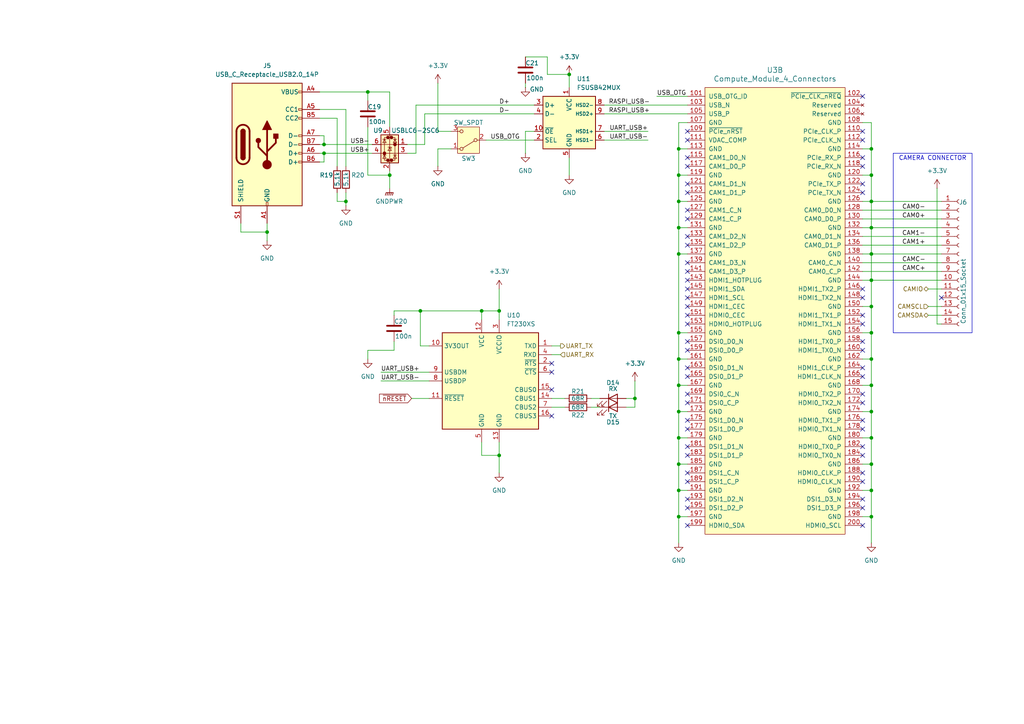
<source format=kicad_sch>
(kicad_sch (version 20231120) (generator "eeschema") (generator_version "8.0")
  (paper "A4")
  (lib_symbols
    (symbol "CM4:Compute_Module_4_Connectors" (pin_names (offset 1.016))
      (property "Reference" "U" (at 5.08 6.35 0))
      (property "Value" "Compute_Module_4_Connectors" (at 5.08 3.81 0))
      (symbol "Compute_Module_4_Connectors_1_1"
        (pin power_in line (at 0 0 0) (length 5.08) (name "GND") (number "1"))
        (pin passive line (at 60.96 -10.16 180) (length 5.08) (name "Ethernet_Pair0_N") (number "10"))
        (pin output line (at 60.96 -124.46 180) (length 5.08) (name "~{nEXTRST}") (number "100"))
        (pin passive line (at 0 -12.7 0) (length 5.08) (name "Ethernet_Pair2_P") (number "11"))
        (pin passive line (at 60.96 -12.7 180) (length 5.08) (name "Ethernet_Pair0_P") (number "12"))
        (pin power_in line (at 0 -15.24 0) (length 5.08) (name "GND") (number "13"))
        (pin power_in line (at 60.96 -15.24 180) (length 5.08) (name "GND") (number "14"))
        (pin output line (at 0 -17.78 0) (length 5.08) (name "~{Ethernet_nLED3}") (number "15"))
        (pin input line (at 60.96 -17.78 180) (length 5.08) (name "Ethernet_SYNC_IN") (number "16"))
        (pin output line (at 0 -20.32 0) (length 5.08) (name "~{Ethernet_nLED2}") (number "17"))
        (pin input line (at 60.96 -20.32 180) (length 5.08) (name "Ethernet_SYNC_OUT") (number "18"))
        (pin output line (at 0 -22.86 0) (length 5.08) (name "~{Ethernet_nLED1}") (number "19"))
        (pin power_in line (at 60.96 0 180) (length 5.08) (name "GND") (number "2"))
        (pin passive line (at 60.96 -22.86 180) (length 5.08) (name "EEPROM_nWP") (number "20"))
        (pin open_collector line (at 0 -25.4 0) (length 5.08) (name "~{Pi_nLED_Activity}") (number "21"))
        (pin power_in line (at 60.96 -25.4 180) (length 5.08) (name "GND") (number "22"))
        (pin power_in line (at 0 -27.94 0) (length 5.08) (name "GND") (number "23"))
        (pin passive line (at 60.96 -27.94 180) (length 5.08) (name "GPIO26") (number "24"))
        (pin passive line (at 0 -30.48 0) (length 5.08) (name "GPIO21") (number "25"))
        (pin passive line (at 60.96 -30.48 180) (length 5.08) (name "GPIO19") (number "26"))
        (pin passive line (at 0 -33.02 0) (length 5.08) (name "GPIO20") (number "27"))
        (pin passive line (at 60.96 -33.02 180) (length 5.08) (name "GPIO13") (number "28"))
        (pin passive line (at 0 -35.56 0) (length 5.08) (name "GPIO16") (number "29"))
        (pin passive line (at 0 -2.54 0) (length 5.08) (name "Ethernet_Pair3_P") (number "3"))
        (pin passive line (at 60.96 -35.56 180) (length 5.08) (name "GPIO6") (number "30"))
        (pin passive line (at 0 -38.1 0) (length 5.08) (name "GPIO12") (number "31"))
        (pin power_in line (at 60.96 -38.1 180) (length 5.08) (name "GND") (number "32"))
        (pin power_in line (at 0 -40.64 0) (length 5.08) (name "GND") (number "33"))
        (pin passive line (at 60.96 -40.64 180) (length 5.08) (name "GPIO5") (number "34"))
        (pin passive line (at 0 -43.18 0) (length 5.08) (name "ID_SC") (number "35"))
        (pin passive line (at 60.96 -43.18 180) (length 5.08) (name "ID_SD") (number "36"))
        (pin passive line (at 0 -45.72 0) (length 5.08) (name "GPIO7") (number "37"))
        (pin passive line (at 60.96 -45.72 180) (length 5.08) (name "GPIO11") (number "38"))
        (pin passive line (at 0 -48.26 0) (length 5.08) (name "GPIO8") (number "39"))
        (pin passive line (at 60.96 -2.54 180) (length 5.08) (name "Ethernet_Pair1_P") (number "4"))
        (pin passive line (at 60.96 -48.26 180) (length 5.08) (name "GPIO9") (number "40"))
        (pin passive line (at 0 -50.8 0) (length 5.08) (name "GPIO25") (number "41"))
        (pin power_in line (at 60.96 -50.8 180) (length 5.08) (name "GND") (number "42"))
        (pin power_in line (at 0 -53.34 0) (length 5.08) (name "GND") (number "43"))
        (pin passive line (at 60.96 -53.34 180) (length 5.08) (name "GPIO10") (number "44"))
        (pin passive line (at 0 -55.88 0) (length 5.08) (name "GPIO24") (number "45"))
        (pin passive line (at 60.96 -55.88 180) (length 5.08) (name "GPIO22") (number "46"))
        (pin passive line (at 0 -58.42 0) (length 5.08) (name "GPIO23") (number "47"))
        (pin passive line (at 60.96 -58.42 180) (length 5.08) (name "GPIO27") (number "48"))
        (pin passive line (at 0 -60.96 0) (length 5.08) (name "GPIO18") (number "49"))
        (pin passive line (at 0 -5.08 0) (length 5.08) (name "Ethernet_Pair3_N") (number "5"))
        (pin passive line (at 60.96 -60.96 180) (length 5.08) (name "GPIO17") (number "50"))
        (pin passive line (at 0 -63.5 0) (length 5.08) (name "GPIO15") (number "51"))
        (pin power_in line (at 60.96 -63.5 180) (length 5.08) (name "GND") (number "52"))
        (pin power_in line (at 0 -66.04 0) (length 5.08) (name "GND") (number "53"))
        (pin passive line (at 60.96 -66.04 180) (length 5.08) (name "GPIO4") (number "54"))
        (pin passive line (at 0 -68.58 0) (length 5.08) (name "GPIO14") (number "55"))
        (pin passive line (at 60.96 -68.58 180) (length 5.08) (name "GPIO3") (number "56"))
        (pin passive line (at 0 -71.12 0) (length 5.08) (name "SD_CLK") (number "57"))
        (pin passive line (at 60.96 -71.12 180) (length 5.08) (name "GPIO2") (number "58"))
        (pin power_in line (at 0 -73.66 0) (length 5.08) (name "GND") (number "59"))
        (pin passive line (at 60.96 -5.08 180) (length 5.08) (name "Ethernet_Pair1_N") (number "6"))
        (pin power_in line (at 60.96 -73.66 180) (length 5.08) (name "GND") (number "60"))
        (pin passive line (at 0 -76.2 0) (length 5.08) (name "SD_DAT3") (number "61"))
        (pin passive line (at 60.96 -76.2 180) (length 5.08) (name "SD_CMD") (number "62"))
        (pin passive line (at 0 -78.74 0) (length 5.08) (name "SD_DAT0") (number "63"))
        (pin passive line (at 60.96 -78.74 180) (length 5.08) (name "SD_DAT5") (number "64"))
        (pin power_in line (at 0 -81.28 0) (length 5.08) (name "GND") (number "65"))
        (pin power_in line (at 60.96 -81.28 180) (length 5.08) (name "GND") (number "66"))
        (pin passive line (at 0 -83.82 0) (length 5.08) (name "SD_DAT1") (number "67"))
        (pin passive line (at 60.96 -83.82 180) (length 5.08) (name "SD_DAT4") (number "68"))
        (pin passive line (at 0 -86.36 0) (length 5.08) (name "SD_DAT2") (number "69"))
        (pin power_in line (at 0 -7.62 0) (length 5.08) (name "GND") (number "7"))
        (pin passive line (at 60.96 -86.36 180) (length 5.08) (name "SD_DAT7") (number "70"))
        (pin power_in line (at 0 -88.9 0) (length 5.08) (name "GND") (number "71"))
        (pin passive line (at 60.96 -88.9 180) (length 5.08) (name "SD_DAT6") (number "72"))
        (pin input line (at 0 -91.44 0) (length 5.08) (name "SD_VDD_Override") (number "73"))
        (pin power_in line (at 60.96 -91.44 180) (length 5.08) (name "GND") (number "74"))
        (pin output line (at 0 -93.98 0) (length 5.08) (name "SD_PWR_ON") (number "75"))
        (pin no_connect line (at 60.96 -93.98 180) (length 5.08) (name "Reserved") (number "76"))
        (pin power_in line (at 0 -96.52 0) (length 5.08) (name "+5V") (number "77"))
        (pin power_in line (at 60.96 -96.52 180) (length 5.08) (name "GPIO_VREF") (number "78"))
        (pin power_in line (at 0 -99.06 0) (length 5.08) (name "+5V") (number "79"))
        (pin power_in line (at 60.96 -7.62 180) (length 5.08) (name "GND") (number "8"))
        (pin bidirectional line (at 60.96 -99.06 180) (length 5.08) (name "I2C_SCL0") (number "80"))
        (pin power_in line (at 0 -101.6 0) (length 5.08) (name "+5V") (number "81"))
        (pin bidirectional line (at 60.96 -101.6 180) (length 5.08) (name "I2C_SDA0") (number "82"))
        (pin power_in line (at 0 -104.14 0) (length 5.08) (name "+5V") (number "83"))
        (pin power_out line (at 60.96 -104.14 180) (length 5.08) (name "CM4_3.3V_Out") (number "84"))
        (pin power_in line (at 0 -106.68 0) (length 5.08) (name "+5V") (number "85"))
        (pin power_out line (at 60.96 -106.68 180) (length 5.08) (name "CM4_3.3V_Out") (number "86"))
        (pin power_in line (at 0 -109.22 0) (length 5.08) (name "+5V") (number "87"))
        (pin power_out line (at 60.96 -109.22 180) (length 5.08) (name "CM4_1.8V_Out") (number "88"))
        (pin input line (at 0 -111.76 0) (length 5.08) (name "~{WL_nDisable}") (number "89"))
        (pin passive line (at 0 -10.16 0) (length 5.08) (name "Ethernet_Pair2_N") (number "9"))
        (pin power_out line (at 60.96 -111.76 180) (length 5.08) (name "CM4_1.8V_Out") (number "90"))
        (pin input line (at 0 -114.3 0) (length 5.08) (name "~{BT_nDisable}") (number "91"))
        (pin passive line (at 60.96 -114.3 180) (length 5.08) (name "RUN_PG") (number "92"))
        (pin input line (at 0 -116.84 0) (length 5.08) (name "~{nRPIBOOT}") (number "93"))
        (pin passive line (at 60.96 -116.84 180) (length 5.08) (name "AnalogIP1") (number "94"))
        (pin output line (at 0 -119.38 0) (length 5.08) (name "~{PI_LED_nPWR}") (number "95"))
        (pin passive line (at 60.96 -119.38 180) (length 5.08) (name "AnalogIP0") (number "96"))
        (pin passive line (at 0 -121.92 0) (length 5.08) (name "Camera_GPIO") (number "97"))
        (pin power_in line (at 60.96 -121.92 180) (length 5.08) (name "GND") (number "98"))
        (pin input line (at 0 -124.46 0) (length 5.08) (name "GLOBAL_EN") (number "99"))
      )
      (symbol "Compute_Module_4_Connectors_2_1"
        (pin input line (at 0 0 0) (length 5.08) (name "USB_OTG_ID") (number "101"))
        (pin input line (at 50.8 0 180) (length 5.08) (name "~{PCIe_CLK_nREQ}") (number "102"))
        (pin passive line (at 0 -2.54 0) (length 5.08) (name "USB_N") (number "103"))
        (pin no_connect line (at 50.8 -2.54 180) (length 5.08) (name "Reserved") (number "104"))
        (pin passive line (at 0 -5.08 0) (length 5.08) (name "USB_P") (number "105"))
        (pin no_connect line (at 50.8 -5.08 180) (length 5.08) (name "Reserved") (number "106"))
        (pin power_in line (at 0 -7.62 0) (length 5.08) (name "GND") (number "107"))
        (pin power_in line (at 50.8 -7.62 180) (length 5.08) (name "GND") (number "108"))
        (pin output line (at 0 -10.16 0) (length 5.08) (name "~{PCIe_nRST}") (number "109"))
        (pin output line (at 50.8 -10.16 180) (length 5.08) (name "PCIe_CLK_P") (number "110"))
        (pin output line (at 0 -12.7 0) (length 5.08) (name "VDAC_COMP") (number "111"))
        (pin output line (at 50.8 -12.7 180) (length 5.08) (name "PCIe_CLK_N") (number "112"))
        (pin power_in line (at 0 -15.24 0) (length 5.08) (name "GND") (number "113"))
        (pin power_in line (at 50.8 -15.24 180) (length 5.08) (name "GND") (number "114"))
        (pin input line (at 0 -17.78 0) (length 5.08) (name "CAM1_D0_N") (number "115"))
        (pin input line (at 50.8 -17.78 180) (length 5.08) (name "PCIe_RX_P") (number "116"))
        (pin input line (at 0 -20.32 0) (length 5.08) (name "CAM1_D0_P") (number "117"))
        (pin input line (at 50.8 -20.32 180) (length 5.08) (name "PCIe_RX_N") (number "118"))
        (pin power_in line (at 0 -22.86 0) (length 5.08) (name "GND") (number "119"))
        (pin power_in line (at 50.8 -22.86 180) (length 5.08) (name "GND") (number "120"))
        (pin input line (at 0 -25.4 0) (length 5.08) (name "CAM1_D1_N") (number "121"))
        (pin output line (at 50.8 -25.4 180) (length 5.08) (name "PCIe_TX_P") (number "122"))
        (pin input line (at 0 -27.94 0) (length 5.08) (name "CAM1_D1_P") (number "123"))
        (pin output line (at 50.8 -27.94 180) (length 5.08) (name "PCIe_TX_N") (number "124"))
        (pin power_in line (at 0 -30.48 0) (length 5.08) (name "GND") (number "125"))
        (pin power_in line (at 50.8 -30.48 180) (length 5.08) (name "GND") (number "126"))
        (pin input line (at 0 -33.02 0) (length 5.08) (name "CAM1_C_N") (number "127"))
        (pin input line (at 50.8 -33.02 180) (length 5.08) (name "CAM0_D0_N") (number "128"))
        (pin input line (at 0 -35.56 0) (length 5.08) (name "CAM1_C_P") (number "129"))
        (pin input line (at 50.8 -35.56 180) (length 5.08) (name "CAM0_D0_P") (number "130"))
        (pin power_in line (at 0 -38.1 0) (length 5.08) (name "GND") (number "131"))
        (pin power_in line (at 50.8 -38.1 180) (length 5.08) (name "GND") (number "132"))
        (pin input line (at 0 -40.64 0) (length 5.08) (name "CAM1_D2_N") (number "133"))
        (pin input line (at 50.8 -40.64 180) (length 5.08) (name "CAM0_D1_N") (number "134"))
        (pin input line (at 0 -43.18 0) (length 5.08) (name "CAM1_D2_P") (number "135"))
        (pin input line (at 50.8 -43.18 180) (length 5.08) (name "CAM0_D1_P") (number "136"))
        (pin power_in line (at 0 -45.72 0) (length 5.08) (name "GND") (number "137"))
        (pin power_in line (at 50.8 -45.72 180) (length 5.08) (name "GND") (number "138"))
        (pin input line (at 0 -48.26 0) (length 5.08) (name "CAM1_D3_N") (number "139"))
        (pin input line (at 50.8 -48.26 180) (length 5.08) (name "CAM0_C_N") (number "140"))
        (pin input line (at 0 -50.8 0) (length 5.08) (name "CAM1_D3_P") (number "141"))
        (pin input line (at 50.8 -50.8 180) (length 5.08) (name "CAM0_C_P") (number "142"))
        (pin input line (at 0 -53.34 0) (length 5.08) (name "HDMI1_HOTPLUG") (number "143"))
        (pin power_in line (at 50.8 -53.34 180) (length 5.08) (name "GND") (number "144"))
        (pin bidirectional line (at 0 -55.88 0) (length 5.08) (name "HDMI1_SDA") (number "145"))
        (pin output line (at 50.8 -55.88 180) (length 5.08) (name "HDMI1_TX2_P") (number "146"))
        (pin open_collector line (at 0 -58.42 0) (length 5.08) (name "HDMI1_SCL") (number "147"))
        (pin output line (at 50.8 -58.42 180) (length 5.08) (name "HDMI1_TX2_N") (number "148"))
        (pin open_collector line (at 0 -60.96 0) (length 5.08) (name "HDMI1_CEC") (number "149"))
        (pin power_in line (at 50.8 -60.96 180) (length 5.08) (name "GND") (number "150"))
        (pin open_collector line (at 0 -63.5 0) (length 5.08) (name "HDMI0_CEC") (number "151"))
        (pin output line (at 50.8 -63.5 180) (length 5.08) (name "HDMI1_TX1_P") (number "152"))
        (pin input line (at 0 -66.04 0) (length 5.08) (name "HDMI0_HOTPLUG") (number "153"))
        (pin output line (at 50.8 -66.04 180) (length 5.08) (name "HDMI1_TX1_N") (number "154"))
        (pin power_in line (at 0 -68.58 0) (length 5.08) (name "GND") (number "155"))
        (pin power_in line (at 50.8 -68.58 180) (length 5.08) (name "GND") (number "156"))
        (pin output line (at 0 -71.12 0) (length 5.08) (name "DSI0_D0_N") (number "157"))
        (pin output line (at 50.8 -71.12 180) (length 5.08) (name "HDMI1_TX0_P") (number "158"))
        (pin output line (at 0 -73.66 0) (length 5.08) (name "DSI0_D0_P") (number "159"))
        (pin output line (at 50.8 -73.66 180) (length 5.08) (name "HDMI1_TX0_N") (number "160"))
        (pin power_in line (at 0 -76.2 0) (length 5.08) (name "GND") (number "161"))
        (pin power_in line (at 50.8 -76.2 180) (length 5.08) (name "GND") (number "162"))
        (pin output line (at 0 -78.74 0) (length 5.08) (name "DSI0_D1_N") (number "163"))
        (pin output line (at 50.8 -78.74 180) (length 5.08) (name "HDMI1_CLK_P") (number "164"))
        (pin output line (at 0 -81.28 0) (length 5.08) (name "DSI0_D1_P") (number "165"))
        (pin output line (at 50.8 -81.28 180) (length 5.08) (name "HDMI1_CLK_N") (number "166"))
        (pin power_in line (at 0 -83.82 0) (length 5.08) (name "GND") (number "167"))
        (pin power_in line (at 50.8 -83.82 180) (length 5.08) (name "GND") (number "168"))
        (pin output line (at 0 -86.36 0) (length 5.08) (name "DSI0_C_N") (number "169"))
        (pin output line (at 50.8 -86.36 180) (length 5.08) (name "HDMI0_TX2_P") (number "170"))
        (pin output line (at 0 -88.9 0) (length 5.08) (name "DSI0_C_P") (number "171"))
        (pin output line (at 50.8 -88.9 180) (length 5.08) (name "HDMI0_TX2_N") (number "172"))
        (pin power_in line (at 0 -91.44 0) (length 5.08) (name "GND") (number "173"))
        (pin power_in line (at 50.8 -91.44 180) (length 5.08) (name "GND") (number "174"))
        (pin output line (at 0 -93.98 0) (length 5.08) (name "DSI1_D0_N") (number "175"))
        (pin output line (at 50.8 -93.98 180) (length 5.08) (name "HDMI0_TX1_P") (number "176"))
        (pin output line (at 0 -96.52 0) (length 5.08) (name "DSI1_D0_P") (number "177"))
        (pin output line (at 50.8 -96.52 180) (length 5.08) (name "HDMI0_TX1_N") (number "178"))
        (pin power_in line (at 0 -99.06 0) (length 5.08) (name "GND") (number "179"))
        (pin power_in line (at 50.8 -99.06 180) (length 5.08) (name "GND") (number "180"))
        (pin output line (at 0 -101.6 0) (length 5.08) (name "DSI1_D1_N") (number "181"))
        (pin output line (at 50.8 -101.6 180) (length 5.08) (name "HDMI0_TX0_P") (number "182"))
        (pin output line (at 0 -104.14 0) (length 5.08) (name "DSI1_D1_P") (number "183"))
        (pin output line (at 50.8 -104.14 180) (length 5.08) (name "HDMI0_TX0_N") (number "184"))
        (pin power_in line (at 0 -106.68 0) (length 5.08) (name "GND") (number "185"))
        (pin power_in line (at 50.8 -106.68 180) (length 5.08) (name "GND") (number "186"))
        (pin output line (at 0 -109.22 0) (length 5.08) (name "DSI1_C_N") (number "187"))
        (pin output line (at 50.8 -109.22 180) (length 5.08) (name "HDMI0_CLK_P") (number "188"))
        (pin output line (at 0 -111.76 0) (length 5.08) (name "DSI1_C_P") (number "189"))
        (pin output line (at 50.8 -111.76 180) (length 5.08) (name "HDMI0_CLK_N") (number "190"))
        (pin power_in line (at 0 -114.3 0) (length 5.08) (name "GND") (number "191"))
        (pin power_in line (at 50.8 -114.3 180) (length 5.08) (name "GND") (number "192"))
        (pin output line (at 0 -116.84 0) (length 5.08) (name "DSI1_D2_N") (number "193"))
        (pin output line (at 50.8 -116.84 180) (length 5.08) (name "DSI1_D3_N") (number "194"))
        (pin output line (at 0 -119.38 0) (length 5.08) (name "DSI1_D2_P") (number "195"))
        (pin output line (at 50.8 -119.38 180) (length 5.08) (name "DSI1_D3_P") (number "196"))
        (pin power_in line (at 0 -121.92 0) (length 5.08) (name "GND") (number "197"))
        (pin power_in line (at 50.8 -121.92 180) (length 5.08) (name "GND") (number "198"))
        (pin bidirectional line (at 0 -124.46 0) (length 5.08) (name "HDMI0_SDA") (number "199"))
        (pin open_collector line (at 50.8 -124.46 180) (length 5.08) (name "HDMI0_SCL") (number "200"))
      )
    )
    (symbol "Connector:Conn_01x15_Socket" (pin_names (offset 1.016) hide)
      (property "Reference" "J" (at 0 20.32 0))
      (property "Value" "Conn_01x15_Socket" (at 0 -20.32 0))
      (symbol "Conn_01x15_Socket_1_1"
        (pin passive line (at -5.08 17.78 0) (length 3.81) (name "Pin_1") (number "1"))
        (pin passive line (at -5.08 -5.08 0) (length 3.81) (name "Pin_10") (number "10"))
        (pin passive line (at -5.08 -7.62 0) (length 3.81) (name "Pin_11") (number "11"))
        (pin passive line (at -5.08 -10.16 0) (length 3.81) (name "Pin_12") (number "12"))
        (pin passive line (at -5.08 -12.7 0) (length 3.81) (name "Pin_13") (number "13"))
        (pin passive line (at -5.08 -15.24 0) (length 3.81) (name "Pin_14") (number "14"))
        (pin passive line (at -5.08 -17.78 0) (length 3.81) (name "Pin_15") (number "15"))
        (pin passive line (at -5.08 15.24 0) (length 3.81) (name "Pin_2") (number "2"))
        (pin passive line (at -5.08 12.7 0) (length 3.81) (name "Pin_3") (number "3"))
        (pin passive line (at -5.08 10.16 0) (length 3.81) (name "Pin_4") (number "4"))
        (pin passive line (at -5.08 7.62 0) (length 3.81) (name "Pin_5") (number "5"))
        (pin passive line (at -5.08 5.08 0) (length 3.81) (name "Pin_6") (number "6"))
        (pin passive line (at -5.08 2.54 0) (length 3.81) (name "Pin_7") (number "7"))
        (pin passive line (at -5.08 0 0) (length 3.81) (name "Pin_8") (number "8"))
        (pin passive line (at -5.08 -2.54 0) (length 3.81) (name "Pin_9") (number "9"))
      )
    )
    (symbol "Connector:USB_C_Receptacle_USB2.0_14P" (pin_names (offset 1.016))
      (property "Reference" "J" (at 0 22.225 0))
      (property "Value" "USB_C_Receptacle_USB2.0_14P" (at 0 19.685 0))
      (symbol "USB_C_Receptacle_USB2.0_14P_1_1"
        (pin passive line (at 0 -22.86 90) (length 5.08) (name "GND") (number "A1"))
        (pin passive line (at 0 -22.86 90) (length 5.08) hide (name "GND") (number "A12"))
        (pin passive line (at 15.24 15.24 180) (length 5.08) (name "VBUS") (number "A4"))
        (pin bidirectional line (at 15.24 10.16 180) (length 5.08) (name "CC1") (number "A5"))
        (pin bidirectional line (at 15.24 -2.54 180) (length 5.08) (name "D+") (number "A6"))
        (pin bidirectional line (at 15.24 2.54 180) (length 5.08) (name "D-") (number "A7"))
        (pin passive line (at 15.24 15.24 180) (length 5.08) hide (name "VBUS") (number "A9"))
        (pin passive line (at 0 -22.86 90) (length 5.08) hide (name "GND") (number "B1"))
        (pin passive line (at 0 -22.86 90) (length 5.08) hide (name "GND") (number "B12"))
        (pin passive line (at 15.24 15.24 180) (length 5.08) hide (name "VBUS") (number "B4"))
        (pin bidirectional line (at 15.24 7.62 180) (length 5.08) (name "CC2") (number "B5"))
        (pin bidirectional line (at 15.24 -5.08 180) (length 5.08) (name "D+") (number "B6"))
        (pin bidirectional line (at 15.24 0 180) (length 5.08) (name "D-") (number "B7"))
        (pin passive line (at 15.24 15.24 180) (length 5.08) hide (name "VBUS") (number "B9"))
        (pin passive line (at -7.62 -22.86 90) (length 5.08) (name "SHIELD") (number "S1"))
      )
    )
    (symbol "Device:C" (pin_numbers hide) (pin_names (offset 0.254))
      (property "Reference" "C" (at 0.635 2.54 0))
      (property "Value" "C" (at 0.635 -2.54 0))
      (symbol "C_1_1"
        (pin passive line (at 0 3.81 270) (length 2.794) (name "~") (number "1"))
        (pin passive line (at 0 -3.81 90) (length 2.794) (name "~") (number "2"))
      )
    )
    (symbol "Device:LED" (pin_numbers hide) (pin_names (offset 1.016) hide)
      (property "Reference" "D" (at 0 2.54 0))
      (property "Value" "LED" (at 0 -2.54 0))
      (symbol "LED_1_1"
        (pin passive line (at -3.81 0 0) (length 2.54) (name "K") (number "1"))
        (pin passive line (at 3.81 0 180) (length 2.54) (name "A") (number "2"))
      )
    )
    (symbol "Device:R" (pin_numbers hide) (pin_names (offset 0))
      (property "Reference" "R" (at 2.032 0 90))
      (property "Value" "R" (at 0 0 90))
      (symbol "R_1_1"
        (pin passive line (at 0 3.81 270) (length 1.27) (name "~") (number "1"))
        (pin passive line (at 0 -3.81 90) (length 1.27) (name "~") (number "2"))
      )
    )
    (symbol "Interface_USB:FSUSB42MUX"
      (property "Reference" "U11" (at 2.1941 12.7 0))
      (property "Value" "FSUSB42MUX" (at 2.1941 10.16 0))
      (symbol "FSUSB42MUX_1_1"
        (pin power_in line (at 0 10.16 270) (length 2.54) (name "VCC") (number "1"))
        (pin input line (at -10.16 -2.54 0) (length 2.54) (name "~{OE}") (number "10"))
        (pin input line (at -10.16 -5.08 0) (length 2.54) (name "SEL") (number "2"))
        (pin bidirectional line (at -10.16 5.08 0) (length 2.54) (name "D+") (number "3"))
        (pin bidirectional line (at -10.16 2.54 0) (length 2.54) (name "D-") (number "4"))
        (pin power_in line (at 0 -10.16 90) (length 2.54) (name "GND") (number "5"))
        (pin bidirectional line (at 10.16 -5.08 180) (length 2.54) (name "HSD1-") (number "6"))
        (pin bidirectional line (at 10.16 -2.54 180) (length 2.54) (name "HSD1+") (number "7"))
        (pin bidirectional line (at 10.16 5.08 180) (length 2.54) (name "HSD2-") (number "8"))
        (pin bidirectional line (at 10.16 2.54 180) (length 2.54) (name "HSD2+") (number "9"))
      )
    )
    (symbol "Interface_USB:FT230XS"
      (property "Reference" "U" (at -13.97 15.24 0))
      (property "Value" "FT230XS" (at 7.62 15.24 0))
      (symbol "FT230XS_1_1"
        (pin output line (at 17.78 10.16 180) (length 3.81) (name "TXD") (number "1"))
        (pin power_out line (at -17.78 10.16 0) (length 3.81) (name "3V3OUT") (number "10"))
        (pin input line (at -17.78 -5.08 0) (length 3.81) (name "~{RESET}") (number "11"))
        (pin power_in line (at -2.54 17.78 270) (length 3.81) (name "VCC") (number "12"))
        (pin power_in line (at 2.54 -17.78 90) (length 3.81) (name "GND") (number "13"))
        (pin bidirectional line (at 17.78 -5.08 180) (length 3.81) (name "CBUS1") (number "14"))
        (pin bidirectional line (at 17.78 -2.54 180) (length 3.81) (name "CBUS0") (number "15"))
        (pin bidirectional line (at 17.78 -10.16 180) (length 3.81) (name "CBUS3") (number "16"))
        (pin output line (at 17.78 5.08 180) (length 3.81) (name "~{RTS}") (number "2"))
        (pin power_in line (at 2.54 17.78 270) (length 3.81) (name "VCCIO") (number "3"))
        (pin input line (at 17.78 7.62 180) (length 3.81) (name "RXD") (number "4"))
        (pin power_in line (at -2.54 -17.78 90) (length 3.81) (name "GND") (number "5"))
        (pin input line (at 17.78 2.54 180) (length 3.81) (name "~{CTS}") (number "6"))
        (pin bidirectional line (at 17.78 -7.62 180) (length 3.81) (name "CBUS2") (number "7"))
        (pin bidirectional line (at -17.78 0 0) (length 3.81) (name "USBDP") (number "8"))
        (pin bidirectional line (at -17.78 2.54 0) (length 3.81) (name "USBDM") (number "9"))
      )
    )
    (symbol "Power_Protection:USBLC6-2SC6" (pin_names hide)
      (property "Reference" "U" (at 0.635 5.715 0))
      (property "Value" "USBLC6-2SC6" (at 0.635 3.81 0))
      (symbol "USBLC6-2SC6_1_1"
        (pin passive line (at -5.08 0 0) (length 2.54) (name "I/O1") (number "1"))
        (pin passive line (at 0 -7.62 90) (length 2.54) (name "GND") (number "2"))
        (pin passive line (at -5.08 -2.54 0) (length 2.54) (name "I/O2") (number "3"))
        (pin passive line (at 5.08 -2.54 180) (length 2.54) (name "I/O2") (number "4"))
        (pin passive line (at 0 5.08 270) (length 2.54) (name "VBUS") (number "5"))
        (pin passive line (at 5.08 0 180) (length 2.54) (name "I/O1") (number "6"))
      )
    )
    (symbol "Switch:SW_SPDT" (pin_names (offset 0) hide)
      (property "Reference" "SW" (at 0 5.08 0))
      (property "Value" "SW_SPDT" (at 0 -5.08 0))
      (symbol "SW_SPDT_1_1"
        (pin passive line (at 5.08 2.54 180) (length 2.54) (name "A") (number "1"))
        (pin passive line (at -5.08 0 0) (length 2.54) (name "B") (number "2"))
        (pin passive line (at 5.08 -2.54 180) (length 2.54) (name "C") (number "3"))
      )
    )
    (symbol "power:+3.3V" (power) (pin_numbers hide) (pin_names (offset 0) hide)
      (property "Value" "+3.3V" (at 0 3.556 0))
      (symbol "+3.3V_1_1"
        (pin power_in line (at 0 0 90) (length 0) (name "~") (number "1"))
      )
    )
    (symbol "power:GND" (power) (pin_numbers hide) (pin_names (offset 0) hide)
      (property "Value" "GND" (at 0 -3.81 0))
      (symbol "GND_1_1"
        (pin power_in line (at 0 0 270) (length 0) (name "~") (number "1"))
      )
    )
    (symbol "power:GNDPWR" (power) (pin_numbers hide) (pin_names (offset 0) hide)
      (property "Value" "GNDPWR" (at 0 -3.302 0))
      (symbol "GNDPWR_1_1"
        (pin power_in line (at 0 0 270) (length 0) (name "~") (number "1"))
      )
    )
  )
  (junction (at 144.78 90.17))
  (junction (at 196.85 149.86))
  (junction (at 252.73 58.42))
  (junction (at 196.85 96.52))
  (junction (at 252.73 142.24))
  (junction (at 196.85 43.18))
  (junction (at 196.85 73.66))
  (junction (at 113.03 50.8))
  (junction (at 252.73 73.66))
  (junction (at 121.92 90.17))
  (junction (at 139.7 90.17))
  (junction (at 196.85 127))
  (junction (at 196.85 66.04))
  (junction (at 196.85 111.76))
  (junction (at 184.15 115.57))
  (junction (at 93.98 44.45))
  (junction (at 106.68 26.67))
  (junction (at 77.47 67.31))
  (junction (at 196.85 58.42))
  (junction (at 196.85 134.62))
  (junction (at 165.1 21.59))
  (junction (at 252.73 111.76))
  (junction (at 252.73 149.86))
  (junction (at 144.78 132.08))
  (junction (at 252.73 134.62))
  (junction (at 196.85 50.8))
  (junction (at 252.73 43.18))
  (junction (at 252.73 127))
  (junction (at 252.73 88.9))
  (junction (at 100.33 58.42))
  (junction (at 252.73 104.14))
  (junction (at 196.85 142.24))
  (junction (at 196.85 119.38))
  (junction (at 93.98 41.91))
  (junction (at 252.73 119.38))
  (junction (at 252.73 96.52))
  (junction (at 252.73 66.04))
  (junction (at 196.85 104.14))
  (junction (at 252.73 50.8))
  (junction (at 252.73 81.28))
  (no_connect (at 199.39 91.44))
  (no_connect (at 199.39 83.82))
  (no_connect (at 199.39 38.1))
  (no_connect (at 199.39 137.16))
  (no_connect (at 160.02 105.41))
  (no_connect (at 250.19 152.4))
  (no_connect (at 250.19 48.26))
  (no_connect (at 250.19 144.78))
  (no_connect (at 199.39 63.5))
  (no_connect (at 250.19 91.44))
  (no_connect (at 199.39 109.22))
  (no_connect (at 199.39 93.98))
  (no_connect (at 199.39 81.28))
  (no_connect (at 250.19 139.7))
  (no_connect (at 250.19 93.98))
  (no_connect (at 250.19 114.3))
  (no_connect (at 250.19 45.72))
  (no_connect (at 250.19 106.68))
  (no_connect (at 250.19 55.88))
  (no_connect (at 160.02 120.65))
  (no_connect (at 273.05 86.36))
  (no_connect (at 250.19 116.84))
  (no_connect (at 199.39 53.34))
  (no_connect (at 199.39 124.46))
  (no_connect (at 199.39 48.26))
  (no_connect (at 250.19 101.6))
  (no_connect (at 199.39 88.9))
  (no_connect (at 250.19 121.92))
  (no_connect (at 250.19 99.06))
  (no_connect (at 250.19 109.22))
  (no_connect (at 199.39 55.88))
  (no_connect (at 250.19 27.94))
  (no_connect (at 199.39 139.7))
  (no_connect (at 199.39 129.54))
  (no_connect (at 250.19 137.16))
  (no_connect (at 250.19 53.34))
  (no_connect (at 250.19 83.82))
  (no_connect (at 250.19 147.32))
  (no_connect (at 199.39 116.84))
  (no_connect (at 199.39 147.32))
  (no_connect (at 199.39 144.78))
  (no_connect (at 199.39 114.3))
  (no_connect (at 199.39 106.68))
  (no_connect (at 199.39 152.4))
  (no_connect (at 199.39 99.06))
  (no_connect (at 250.19 132.08))
  (no_connect (at 250.19 124.46))
  (no_connect (at 250.19 86.36))
  (no_connect (at 250.19 40.64))
  (no_connect (at 199.39 132.08))
  (no_connect (at 199.39 86.36))
  (no_connect (at 199.39 68.58))
  (no_connect (at 199.39 101.6))
  (no_connect (at 199.39 71.12))
  (no_connect (at 250.19 38.1))
  (no_connect (at 199.39 76.2))
  (no_connect (at 160.02 107.95))
  (no_connect (at 160.02 113.03))
  (no_connect (at 199.39 45.72))
  (no_connect (at 199.39 121.92))
  (no_connect (at 199.39 78.74))
  (no_connect (at 199.39 60.96))
  (no_connect (at 199.39 40.64))
  (no_connect (at 250.19 129.54))
  (wire (pts (xy 252.73 66.04) (xy 273.05 66.04)))
  (wire (pts (xy 100.33 55.88) (xy 100.33 58.42)))
  (wire (pts (xy 184.15 118.11) (xy 184.15 115.57)))
  (wire (pts (xy 92.71 44.45) (xy 93.98 44.45)))
  (wire (pts (xy 273.05 93.98) (xy 271.78 93.98)))
  (wire (pts (xy 144.78 128.27) (xy 144.78 132.08)))
  (wire (pts (xy 160.02 100.33) (xy 162.56 100.33)))
  (wire (pts (xy 152.4 38.1) (xy 152.4 44.45)))
  (wire (pts (xy 69.85 67.31) (xy 77.47 67.31)))
  (wire (pts (xy 196.85 149.86) (xy 199.39 149.86)))
  (wire (pts (xy 250.19 66.04) (xy 252.73 66.04)))
  (wire (pts (xy 92.71 41.91) (xy 93.98 41.91)))
  (wire (pts (xy 93.98 41.91) (xy 107.95 41.91)))
  (wire (pts (xy 250.19 68.58) (xy 273.05 68.58)))
  (wire (pts (xy 196.85 142.24) (xy 199.39 142.24)))
  (wire (pts (xy 196.85 50.8) (xy 199.39 50.8)))
  (wire (pts (xy 250.19 60.96) (xy 273.05 60.96)))
  (wire (pts (xy 171.45 115.57) (xy 173.99 115.57)))
  (wire (pts (xy 110.49 107.95) (xy 124.46 107.95)))
  (wire (pts (xy 160.02 118.11) (xy 163.83 118.11)))
  (wire (pts (xy 139.7 128.27) (xy 139.7 132.08)))
  (wire (pts (xy 140.97 40.64) (xy 154.94 40.64)))
  (wire (pts (xy 196.85 35.56) (xy 196.85 43.18)))
  (wire (pts (xy 120.65 30.48) (xy 154.94 30.48)))
  (wire (pts (xy 93.98 39.37) (xy 92.71 39.37)))
  (wire (pts (xy 196.85 104.14) (xy 196.85 111.76)))
  (wire (pts (xy 158.75 16.51) (xy 152.4 16.51)))
  (wire (pts (xy 190.5 27.94) (xy 199.39 27.94)))
  (wire (pts (xy 250.19 104.14) (xy 252.73 104.14)))
  (wire (pts (xy 250.19 119.38) (xy 252.73 119.38)))
  (wire (pts (xy 100.33 58.42) (xy 100.33 59.69)))
  (wire (pts (xy 196.85 96.52) (xy 199.39 96.52)))
  (wire (pts (xy 130.81 43.18) (xy 127 43.18)))
  (wire (pts (xy 106.68 26.67) (xy 113.03 26.67)))
  (wire (pts (xy 252.73 149.86) (xy 252.73 157.48)))
  (wire (pts (xy 196.85 96.52) (xy 196.85 104.14)))
  (wire (pts (xy 252.73 142.24) (xy 252.73 149.86)))
  (wire (pts (xy 106.68 50.8) (xy 113.03 50.8)))
  (wire (pts (xy 93.98 41.91) (xy 93.98 39.37)))
  (wire (pts (xy 139.7 90.17) (xy 144.78 90.17)))
  (wire (pts (xy 252.73 73.66) (xy 252.73 81.28)))
  (wire (pts (xy 165.1 45.72) (xy 165.1 50.8)))
  (wire (pts (xy 92.71 26.67) (xy 106.68 26.67)))
  (wire (pts (xy 97.79 55.88) (xy 97.79 58.42)))
  (wire (pts (xy 69.85 64.77) (xy 69.85 67.31)))
  (wire (pts (xy 113.03 26.67) (xy 113.03 36.83)))
  (wire (pts (xy 250.19 35.56) (xy 252.73 35.56)))
  (wire (pts (xy 92.71 31.75) (xy 100.33 31.75)))
  (wire (pts (xy 252.73 127) (xy 252.73 134.62)))
  (wire (pts (xy 196.85 127) (xy 199.39 127)))
  (wire (pts (xy 250.19 134.62) (xy 252.73 134.62)))
  (wire (pts (xy 93.98 46.99) (xy 93.98 44.45)))
  (wire (pts (xy 175.26 38.1) (xy 187.96 38.1)))
  (wire (pts (xy 269.24 91.44) (xy 273.05 91.44)))
  (wire (pts (xy 250.19 76.2) (xy 273.05 76.2)))
  (wire (pts (xy 250.19 111.76) (xy 252.73 111.76)))
  (wire (pts (xy 119.38 115.57) (xy 124.46 115.57)))
  (wire (pts (xy 165.1 21.59) (xy 165.1 25.4)))
  (wire (pts (xy 144.78 83.82) (xy 144.78 90.17)))
  (wire (pts (xy 252.73 111.76) (xy 252.73 119.38)))
  (wire (pts (xy 250.19 88.9) (xy 252.73 88.9)))
  (wire (pts (xy 250.19 81.28) (xy 252.73 81.28)))
  (wire (pts (xy 252.73 73.66) (xy 273.05 73.66)))
  (wire (pts (xy 250.19 142.24) (xy 252.73 142.24)))
  (wire (pts (xy 252.73 81.28) (xy 273.05 81.28)))
  (wire (pts (xy 196.85 142.24) (xy 196.85 149.86)))
  (wire (pts (xy 139.7 132.08) (xy 144.78 132.08)))
  (wire (pts (xy 250.19 73.66) (xy 252.73 73.66)))
  (wire (pts (xy 144.78 90.17) (xy 144.78 92.71)))
  (wire (pts (xy 196.85 50.8) (xy 196.85 58.42)))
  (wire (pts (xy 154.94 38.1) (xy 152.4 38.1)))
  (wire (pts (xy 127 24.13) (xy 127 38.1)))
  (wire (pts (xy 121.92 90.17) (xy 121.92 100.33)))
  (wire (pts (xy 252.73 134.62) (xy 252.73 142.24)))
  (wire (pts (xy 250.19 50.8) (xy 252.73 50.8)))
  (wire (pts (xy 196.85 134.62) (xy 196.85 142.24)))
  (wire (pts (xy 199.39 35.56) (xy 196.85 35.56)))
  (wire (pts (xy 196.85 111.76) (xy 199.39 111.76)))
  (wire (pts (xy 92.71 34.29) (xy 97.79 34.29)))
  (wire (pts (xy 171.45 118.11) (xy 173.99 118.11)))
  (wire (pts (xy 175.26 33.02) (xy 199.39 33.02)))
  (wire (pts (xy 250.19 71.12) (xy 273.05 71.12)))
  (wire (pts (xy 106.68 29.21) (xy 106.68 26.67)))
  (wire (pts (xy 250.19 127) (xy 252.73 127)))
  (wire (pts (xy 252.73 96.52) (xy 252.73 104.14)))
  (wire (pts (xy 250.19 43.18) (xy 252.73 43.18)))
  (wire (pts (xy 114.3 101.6) (xy 106.68 101.6)))
  (wire (pts (xy 252.73 104.14) (xy 252.73 111.76)))
  (wire (pts (xy 196.85 149.86) (xy 196.85 157.48)))
  (wire (pts (xy 250.19 58.42) (xy 252.73 58.42)))
  (wire (pts (xy 250.19 149.86) (xy 252.73 149.86)))
  (wire (pts (xy 121.92 100.33) (xy 124.46 100.33)))
  (wire (pts (xy 196.85 66.04) (xy 196.85 73.66)))
  (wire (pts (xy 269.24 83.82) (xy 273.05 83.82)))
  (wire (pts (xy 252.73 50.8) (xy 252.73 58.42)))
  (wire (pts (xy 77.47 64.77) (xy 77.47 67.31)))
  (wire (pts (xy 139.7 90.17) (xy 121.92 90.17)))
  (wire (pts (xy 252.73 43.18) (xy 252.73 50.8)))
  (wire (pts (xy 250.19 78.74) (xy 273.05 78.74)))
  (wire (pts (xy 127 43.18) (xy 127 48.26)))
  (wire (pts (xy 269.24 88.9) (xy 273.05 88.9)))
  (wire (pts (xy 252.73 66.04) (xy 252.73 73.66)))
  (wire (pts (xy 113.03 49.53) (xy 113.03 50.8)))
  (wire (pts (xy 123.19 33.02) (xy 123.19 41.91)))
  (wire (pts (xy 250.19 63.5) (xy 273.05 63.5)))
  (wire (pts (xy 113.03 50.8) (xy 113.03 54.61)))
  (wire (pts (xy 181.61 115.57) (xy 184.15 115.57)))
  (wire (pts (xy 196.85 43.18) (xy 196.85 50.8)))
  (wire (pts (xy 184.15 110.49) (xy 184.15 115.57)))
  (wire (pts (xy 165.1 21.59) (xy 158.75 21.59)))
  (wire (pts (xy 199.39 104.14) (xy 196.85 104.14)))
  (wire (pts (xy 196.85 66.04) (xy 199.39 66.04)))
  (wire (pts (xy 252.73 58.42) (xy 252.73 66.04)))
  (wire (pts (xy 114.3 99.06) (xy 114.3 101.6)))
  (wire (pts (xy 130.81 38.1) (xy 127 38.1)))
  (wire (pts (xy 181.61 118.11) (xy 184.15 118.11)))
  (wire (pts (xy 196.85 119.38) (xy 196.85 127)))
  (wire (pts (xy 252.73 81.28) (xy 252.73 88.9)))
  (wire (pts (xy 271.78 54.61) (xy 271.78 93.98)))
  (wire (pts (xy 175.26 30.48) (xy 199.39 30.48)))
  (wire (pts (xy 158.75 21.59) (xy 158.75 16.51)))
  (wire (pts (xy 250.19 96.52) (xy 252.73 96.52)))
  (wire (pts (xy 175.26 40.64) (xy 187.96 40.64)))
  (wire (pts (xy 252.73 35.56) (xy 252.73 43.18)))
  (wire (pts (xy 196.85 43.18) (xy 199.39 43.18)))
  (wire (pts (xy 121.92 90.17) (xy 114.3 90.17)))
  (wire (pts (xy 77.47 67.31) (xy 77.47 69.85)))
  (wire (pts (xy 106.68 36.83) (xy 106.68 50.8)))
  (wire (pts (xy 97.79 58.42) (xy 100.33 58.42)))
  (wire (pts (xy 100.33 31.75) (xy 100.33 48.26)))
  (wire (pts (xy 196.85 58.42) (xy 199.39 58.42)))
  (wire (pts (xy 97.79 34.29) (xy 97.79 48.26)))
  (wire (pts (xy 114.3 90.17) (xy 114.3 91.44)))
  (wire (pts (xy 252.73 58.42) (xy 273.05 58.42)))
  (wire (pts (xy 196.85 73.66) (xy 196.85 96.52)))
  (wire (pts (xy 93.98 44.45) (xy 107.95 44.45)))
  (wire (pts (xy 196.85 127) (xy 196.85 134.62)))
  (wire (pts (xy 252.73 119.38) (xy 252.73 127)))
  (wire (pts (xy 252.73 88.9) (xy 252.73 96.52)))
  (wire (pts (xy 160.02 102.87) (xy 162.56 102.87)))
  (wire (pts (xy 152.4 24.13) (xy 152.4 25.4)))
  (wire (pts (xy 123.19 33.02) (xy 154.94 33.02)))
  (wire (pts (xy 139.7 92.71) (xy 139.7 90.17)))
  (wire (pts (xy 123.19 41.91) (xy 118.11 41.91)))
  (wire (pts (xy 92.71 46.99) (xy 93.98 46.99)))
  (wire (pts (xy 196.85 119.38) (xy 199.39 119.38)))
  (wire (pts (xy 144.78 132.08) (xy 144.78 137.16)))
  (wire (pts (xy 118.11 44.45) (xy 120.65 44.45)))
  (wire (pts (xy 196.85 58.42) (xy 196.85 66.04)))
  (wire (pts (xy 196.85 73.66) (xy 199.39 73.66)))
  (wire (pts (xy 196.85 134.62) (xy 199.39 134.62)))
  (wire (pts (xy 110.49 110.49) (xy 124.46 110.49)))
  (wire (pts (xy 120.65 44.45) (xy 120.65 30.48)))
  (wire (pts (xy 160.02 115.57) (xy 163.83 115.57)))
  (wire (pts (xy 196.85 111.76) (xy 196.85 119.38)))
  (wire (pts (xy 106.68 101.6) (xy 106.68 104.14)))
  (rectangle (start 259.08 44.45) (end 281.94 96.52))
  (text "CAMERA CONNECTOR\n" (at 270.51 45.974 0) (effects (font (size 1.27 1.27))))
  (label "CAMC+" (at 261.62 78.74 0))
  (label "CAM1+" (at 261.62 71.12 0))
  (label "USB-" (at 101.6 41.91 0))
  (label "CAM0-" (at 261.62 60.96 0))
  (label "CAM1-" (at 261.62 68.58 0))
  (label "RASPI_USB-" (at 176.53 30.48 0))
  (label "UART_USB-" (at 110.49 110.49 0))
  (label "USB_OTG" (at 190.5 27.94 0))
  (label "D-" (at 144.78 33.02 0))
  (label "UART_USB+" (at 187.96 38.1 180))
  (label "CAM0+" (at 261.62 63.5 0))
  (label "USB+" (at 101.6 44.45 0))
  (label "CAMC-" (at 261.62 76.2 0))
  (label "UART_USB-" (at 187.96 40.64 180))
  (label "RASPI_USB+" (at 176.53 33.02 0))
  (label "USB_OTG" (at 142.24 40.64 0))
  (label "D+" (at 144.78 30.48 0))
  (label "UART_USB+" (at 110.49 107.95 0))
  (global_label "~{nRESET}" (shape input) (at 119.38 115.57 180) (property "Intersheetrefs" "${INTERSHEET_REFS}" (effects (hide yes))))
  (hierarchical_label "CAMSDA" (shape bidirectional) (at 269.24 91.44 180))
  (hierarchical_label "CAMIO" (shape bidirectional) (at 269.24 83.82 180))
  (hierarchical_label "CAMSCL" (shape input) (at 269.24 88.9 180))
  (hierarchical_label "UART_RX" (shape input) (at 162.56 102.87 0))
  (hierarchical_label "UART_TX" (shape output) (at 162.56 100.33 0))
  (symbol (lib_id "power:GND") (at 100.33 59.69 0) (unit 1)
    (property "Reference" "#PWR040" (effects (hide yes)))
    (property "Value" "GND" (at 100.33 64.77 0))
    (property "Description" "Power symbol creates a global label with name \"GND\" , ground" (effects (hide yes)))
  )
  (symbol (lib_id "Device:C") (at 106.68 33.02 0) (unit 1)
    (property "Reference" "C19" (at 106.68 30.988 0) (effects (justify left)))
    (property "Value" "100n" (at 106.934 35.306 0) (effects (justify left)))
    (property "Footprint" "Capacitor_SMD:C_0603_1608Metric" (effects (hide yes)))
    (property "Description" "Unpolarized capacitor" (effects (hide yes)))
    (property "DIGIKEY_PN" "1276-1033-1-ND" (effects (hide yes)))
  )
  (symbol (lib_id "Device:C") (at 114.3 95.25 0) (unit 1)
    (property "Reference" "C20" (at 114.3 93.218 0) (effects (justify left)))
    (property "Value" "100n" (at 114.554 97.536 0) (effects (justify left)))
    (property "Footprint" "Capacitor_SMD:C_0603_1608Metric" (effects (hide yes)))
    (property "Description" "Unpolarized capacitor" (effects (hide yes)))
    (property "DIGIKEY_PN" "1276-1033-1-ND" (effects (hide yes)))
  )
  (symbol (lib_id "power:GNDPWR") (at 113.03 54.61 0) (unit 1)
    (property "Reference" "#PWR042" (effects (hide yes)))
    (property "Value" "GNDPWR" (at 112.903 58.42 0))
    (property "Description" "Power symbol creates a global label with name \"GNDPWR\" , global ground" (effects (hide yes)))
  )
  (symbol (lib_id "Device:R") (at 167.64 115.57 90) (unit 1)
    (property "Reference" "R21" (at 167.64 113.538 90))
    (property "Value" "68R" (at 167.64 115.57 90))
    (property "Footprint" "Resistor_SMD:R_0402_1005Metric" (effects (hide yes)))
    (property "Description" "Resistor" (effects (hide yes)))
    (property "DIGIKEY_PN" "P68.0LCT-ND" (effects (hide yes)))
  )
  (symbol (lib_id "power:+3.3V") (at 184.15 110.49 0) (unit 1)
    (property "Reference" "#PWR051" (effects (hide yes)))
    (property "Value" "+3.3V" (at 184.15 105.41 0))
    (property "Description" "Power symbol creates a global label with name \"+3.3V\"" (effects (hide yes)))
  )
  (symbol (lib_id "power:+3.3V") (at 144.78 83.82 0) (unit 1)
    (property "Reference" "#PWR045" (effects (hide yes)))
    (property "Value" "+3.3V" (at 144.78 78.74 0))
    (property "Description" "Power symbol creates a global label with name \"+3.3V\"" (effects (hide yes)))
  )
  (symbol (lib_id "power:GND") (at 144.78 137.16 0) (unit 1)
    (property "Reference" "#PWR046" (effects (hide yes)))
    (property "Value" "GND" (at 144.78 142.24 0))
    (property "Description" "Power symbol creates a global label with name \"GND\" , ground" (effects (hide yes)))
  )
  (symbol (lib_id "power:GND") (at 152.4 44.45 0) (unit 1)
    (property "Reference" "#PWR048" (effects (hide yes)))
    (property "Value" "GND" (at 152.4 49.53 0))
    (property "Description" "Power symbol creates a global label with name \"GND\" , ground" (effects (hide yes)))
  )
  (symbol (lib_id "Device:R") (at 97.79 52.07 0) (unit 1)
    (property "Reference" "R19" (at 92.71 50.8 0) (effects (justify left)))
    (property "Value" "5.1k" (at 97.79 54.102 90) (effects (justify left)))
    (property "Footprint" "Resistor_SMD:R_0402_1005Metric" (effects (hide yes)))
    (property "Description" "Resistor" (effects (hide yes)))
    (property "DIGIKEY_PN" "P5.10KLCT-ND" (effects (hide yes)))
  )
  (symbol (lib_id "Connector:USB_C_Receptacle_USB2.0_14P") (at 77.47 41.91 0) (unit 1)
    (property "Reference" "J5" (at 77.47 19.05 0))
    (property "Value" "USB_C_Receptacle_USB2.0_14P" (at 77.47 21.59 0))
    (property "Footprint" "USB4120:USB4120-03-C_GCT" (effects (hide yes)))
    (property "Datasheet" "https://www.usb.org/sites/default/files/documents/usb_type-c.zip" (effects (hide yes)))
    (property "Description" "USB 2.0-only 14P Type-C Receptacle connector" (effects (hide yes)))
    (property "DIGIKEY_PN" "2073-USB4120-03-CCT-ND" (effects (hide yes)))
  )
  (symbol (lib_id "Switch:SW_SPDT") (at 135.89 40.64 180) (unit 1)
    (property "Reference" "SW3" (at 135.89 45.974 0))
    (property "Value" "SW_SPDT" (at 135.89 35.56 0))
    (property "Footprint" "JS102011JCQN:SW_JS102011JCQN" (effects (hide yes)))
    (property "Description" "Switch, single pole double throw" (effects (hide yes)))
    (property "DIGIKEY_PN" "CKN10721CT-ND" (effects (hide yes)))
  )
  (symbol (lib_id "Device:R") (at 100.33 52.07 0) (unit 1)
    (property "Reference" "R20" (at 101.854 50.8 0) (effects (justify left)))
    (property "Value" "5.1k" (at 100.33 54.102 90) (effects (justify left)))
    (property "Footprint" "Resistor_SMD:R_0402_1005Metric" (effects (hide yes)))
    (property "Description" "Resistor" (effects (hide yes)))
    (property "DIGIKEY_PN" "P5.10KLCT-ND" (effects (hide yes)))
  )
  (symbol (lib_id "power:GND") (at 152.4 25.4 0) (unit 1)
    (property "Reference" "#PWR047" (effects (hide yes)))
    (property "Value" "GND" (at 155.702 25.908 0))
    (property "Description" "Power symbol creates a global label with name \"GND\" , ground" (effects (hide yes)))
  )
  (symbol (lib_id "power:GND") (at 196.85 157.48 0) (unit 1)
    (property "Reference" "#PWR052" (effects (hide yes)))
    (property "Value" "GND" (at 196.85 162.56 0))
    (property "Description" "Power symbol creates a global label with name \"GND\" , ground" (effects (hide yes)))
  )
  (symbol (lib_id "power:GND") (at 165.1 50.8 0) (unit 1)
    (property "Reference" "#PWR050" (effects (hide yes)))
    (property "Value" "GND" (at 165.1 55.88 0))
    (property "Description" "Power symbol creates a global label with name \"GND\" , ground" (effects (hide yes)))
  )
  (symbol (lib_id "Connector:Conn_01x15_Socket") (at 278.13 76.2 0) (unit 1)
    (property "Reference" "J6" (at 278.13 58.674 0) (effects (justify left)))
    (property "Value" "Conn_01x15_Socket" (at 279.4 93.98 90) (effects (justify left)))
    (property "Footprint" "FFC3A20-15-G:GCT_FFC3A20-15-G_REVA1" (effects (hide yes)))
    (property "Description" "Generic connector, single row, 01x15, script generated" (effects (hide yes)))
    (property "DIGIKEY_PN" "2073-FFC3A20-15-GCT-ND" (effects (hide yes)))
  )
  (symbol (lib_id "power:GND") (at 252.73 157.48 0) (unit 1)
    (property "Reference" "#PWR053" (effects (hide yes)))
    (property "Value" "GND" (at 252.73 162.56 0))
    (property "Description" "Power symbol creates a global label with name \"GND\" , ground" (effects (hide yes)))
  )
  (symbol (lib_id "power:GND") (at 77.47 69.85 0) (unit 1)
    (property "Reference" "#PWR039" (effects (hide yes)))
    (property "Value" "GND" (at 77.47 74.93 0))
    (property "Description" "Power symbol creates a global label with name \"GND\" , ground" (effects (hide yes)))
  )
  (symbol (lib_id "power:+3.3V") (at 165.1 21.59 0) (unit 1)
    (property "Reference" "#PWR049" (effects (hide yes)))
    (property "Value" "+3.3V" (at 165.1 16.51 0))
    (property "Description" "Power symbol creates a global label with name \"+3.3V\"" (effects (hide yes)))
  )
  (symbol (lib_id "CM4:Compute_Module_4_Connectors") (at 199.39 27.94 0) (unit 2)
    (property "Reference" "U3" (at 224.79 20.32 0) (effects (font (size 1.524 1.524))))
    (property "Value" "Compute_Module_4_Connectors" (at 224.79 22.86 0) (effects (font (size 1.524 1.524))))
    (property "Footprint" "RPi_Compute_Module_4:Raspberry-Pi-4-Compute-Module" (effects (hide yes)))
    (property "DIGIKEY_PN" "H11615CT-ND" (effects (hide yes)))
  )
  (symbol (lib_id "power:+3.3V") (at 271.78 54.61 0) (unit 1)
    (property "Reference" "#PWR054" (effects (hide yes)))
    (property "Value" "+3.3V" (at 271.78 49.53 0))
    (property "Description" "Power symbol creates a global label with name \"+3.3V\"" (effects (hide yes)))
  )
  (symbol (lib_id "Interface_USB:FT230XS") (at 142.24 110.49 0) (unit 1)
    (property "Reference" "U10" (at 146.9741 91.44 0) (effects (justify left)))
    (property "Value" "FT230XS" (at 146.9741 93.98 0) (effects (justify left)))
    (property "Footprint" "Package_SO:SSOP-16_3.9x4.9mm_P0.635mm" (effects (hide yes)))
    (property "Datasheet" "https://www.ftdichip.com/Support/Documents/DataSheets/ICs/DS_FT230X.pdf" (effects (hide yes)))
    (property "Description" "Full Speed USB to Basic UART, SSOP-16" (effects (hide yes)))
    (property "DIGIKEY_PN" "768-1135-1-ND" (effects (hide yes)))
  )
  (symbol (lib_id "Device:R") (at 167.64 118.11 90) (unit 1)
    (property "Reference" "R22" (at 167.64 120.396 90))
    (property "Value" "68R" (at 167.64 118.11 90))
    (property "Footprint" "Resistor_SMD:R_0402_1005Metric" (effects (hide yes)))
    (property "Description" "Resistor" (effects (hide yes)))
    (property "DIGIKEY_PN" "P68.0LCT-ND" (effects (hide yes)))
  )
  (symbol (lib_id "power:GND") (at 106.68 104.14 0) (unit 1)
    (property "Reference" "#PWR041" (effects (hide yes)))
    (property "Value" "GND" (at 106.68 109.22 0))
    (property "Description" "Power symbol creates a global label with name \"GND\" , ground" (effects (hide yes)))
  )
  (symbol (lib_id "Device:C") (at 152.4 20.32 0) (unit 1)
    (property "Reference" "C21" (at 152.4 18.288 0) (effects (justify left)))
    (property "Value" "100n" (at 152.654 22.606 0) (effects (justify left)))
    (property "Footprint" "Capacitor_SMD:C_0603_1608Metric" (effects (hide yes)))
    (property "Description" "Unpolarized capacitor" (effects (hide yes)))
    (property "DIGIKEY_PN" "1276-1033-1-ND" (effects (hide yes)))
  )
  (symbol (lib_id "power:+3.3V") (at 127 24.13 0) (unit 1)
    (property "Reference" "#PWR043" (effects (hide yes)))
    (property "Value" "+3.3V" (at 127 19.05 0))
    (property "Description" "Power symbol creates a global label with name \"+3.3V\"" (effects (hide yes)))
  )
  (symbol (lib_id "Interface_USB:FSUSB42MUX") (at 165.1 35.56 0) (unit 1)
    (property "Reference" "U11" (at 167.2941 22.86 0) (effects (justify left)))
    (property "Value" "FSUSB42MUX" (at 167.2941 25.4 0) (effects (justify left)))
    (property "Footprint" "Package_SO:MSOP-10_3x3mm_P0.5mm" (effects (hide yes)))
    (property "Datasheet" "https://www.onsemi.com/pub/Collateral/FSUSB42-D.PDF" (effects (hide yes)))
    (property "Description" "Low-Power, Two-Port, High-Speed, USB2.0 (480Mbps) or UART Switch, MSOP-10" (effects (hide yes)))
    (property "DIGIKEY_PN" "FSUSB42MUXCT-ND" (effects (hide yes)))
  )
  (symbol (lib_id "Power_Protection:USBLC6-2SC6") (at 113.03 41.91 0) (mirror y) (unit 1)
    (property "Reference" "U9" (at 110.998 37.846 0) (effects (justify left)))
    (property "Value" "USBLC6-2SC6" (at 127.508 37.846 0) (effects (justify left)))
    (property "Footprint" "Package_TO_SOT_SMD:SOT-23-6" (effects (hide yes)))
    (property "Datasheet" "https://www.st.com/resource/en/datasheet/usblc6-2.pdf" (effects (hide yes)))
    (property "Description" "Very low capacitance ESD protection diode, 2 data-line, SOT-23-6" (effects (hide yes)))
    (property "DIGIKEY_PN" "497-5235-1-ND" (effects (hide yes)))
  )
  (symbol (lib_id "power:GND") (at 127 48.26 0) (unit 1)
    (property "Reference" "#PWR044" (effects (hide yes)))
    (property "Value" "GND" (at 127 53.34 0))
    (property "Description" "Power symbol creates a global label with name \"GND\" , ground" (effects (hide yes)))
  )
  (symbol (lib_id "Device:LED") (at 177.8 118.11 0) (unit 1)
    (property "Reference" "D15" (at 177.8 122.428 0))
    (property "Value" "TX" (at 177.8 120.65 0))
    (property "Footprint" "LED_SMD:LED_0603_1608Metric" (effects (hide yes)))
    (property "Description" "Light emitting diode" (effects (hide yes)))
    (property "DIGIKEY_PN" "732-4980-1-ND" (effects (hide yes)))
  )
  (symbol (lib_id "Device:LED") (at 177.8 115.57 0) (unit 1)
    (property "Reference" "D14" (at 177.8 110.998 0))
    (property "Value" "RX" (at 177.8 112.776 0))
    (property "Footprint" "LED_SMD:LED_0603_1608Metric" (effects (hide yes)))
    (property "Description" "Light emitting diode" (effects (hide yes)))
    (property "DIGIKEY_PN" "732-4980-1-ND" (effects (hide yes)))
  )
)
</source>
